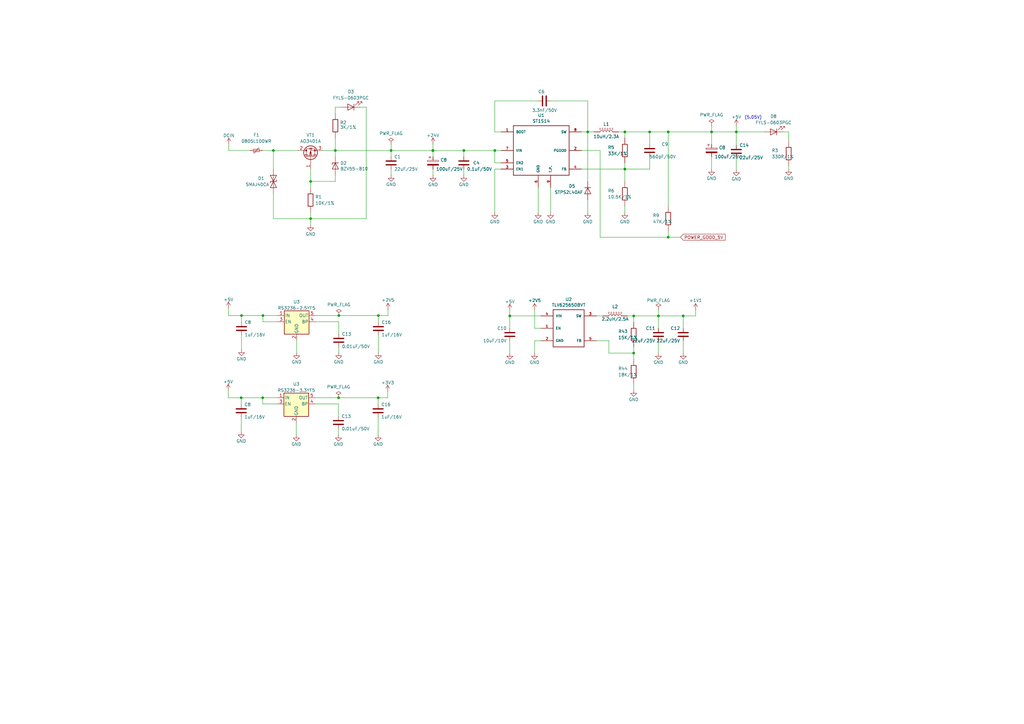
<source format=kicad_sch>
(kicad_sch (version 20230121) (generator eeschema)
  (paper "A3")
  (title_block (title "ПИР СЦХ-254 \"Карно\"\n(Karnix ASB-254)") (date "2023-10-04") (rev "V1.0") (company "ООО \"Фабмикро\"") (comment 1 "ФМТД.466961.029 Э3") (comment 2 "Залата Р.Н."))
  (lib_symbols
    (symbol "Fabmicro:+1V1" (power) (pin_names (offset 0))
      (property "Value" "+1V1" (at 0 3.556 0))
      (symbol "+1V1_1_1"
        (pin power_in line (at 0 0 90) (length 0) hide (name "+1V1") (number "1"))
      )
    )
    (symbol "Fabmicro:+2V5" (power) (pin_names (offset 0))
      (property "Value" "+2V5" (at 0 3.556 0))
      (symbol "+2V5_1_1"
        (pin power_in line (at 0 0 90) (length 0) hide (name "+2V5") (number "1"))
      )
    )
    (symbol "Fabmicro:+3V3" (power) (pin_names (offset 0))
      (property "Value" "+3V3" (at 0 3.556 0))
      (symbol "+3V3_1_1"
        (pin power_in line (at 0 0 90) (length 0) hide (name "+3V3") (number "1"))
      )
    )
    (symbol "Fabmicro:CapacitorPolarized" (pin_numbers hide) (pin_names (offset 0.254))
      (property "Reference" "C" (at 0.635 2.54 0))
      (property "Value" "CapacitorPolarized" (at 0.635 -2.54 0))
      (symbol "CapacitorPolarized_1_1"
        (pin passive line (at 0 2.54 270) (length 1.524) (name "~") (number "1"))
        (pin passive line (at 0 -2.54 90) (length 1.524) (name "~") (number "2"))
      )
    )
    (symbol "Fabmicro:CapacitorUnpolarized" (pin_numbers hide) (pin_names (offset 0.254))
      (property "Reference" "C" (at -2.54 0.635 90))
      (property "Value" "CapacitorUnpolarized" (at 2.54 0.635 90))
      (symbol "CapacitorUnpolarized_1_1"
        (pin passive line (at -2.54 0 0) (length 1.524) (name "~") (number "1"))
        (pin passive line (at 2.54 0 180) (length 1.524) (name "~") (number "2"))
      )
    )
    (symbol "Fabmicro:DCIN" (power) (pin_names (offset 0))
      (property "Value" "DCIN" (at 0 3.556 0))
      (symbol "DCIN_1_1"
        (pin power_in line (at 0 0 90) (length 0) hide (name "DCIN") (number "1"))
      )
    )
    (symbol "Fabmicro:Diode" (pin_numbers hide) (pin_names (offset 1.016) hide)
      (property "Reference" "D" (at 3.81 2.54 0))
      (property "Value" "Diode" (at 3.81 -2.54 0))
      (symbol "Diode_1_1"
        (pin passive line (at 0 0 0) (length 2.54) (name "K") (number "1"))
        (pin passive line (at 7.62 0 180) (length 2.54) (name "A") (number "2"))
      )
    )
    (symbol "Fabmicro:LED" (pin_numbers hide) (pin_names (offset 1.016) hide)
      (property "Reference" "D" (at 3.81 2.54 0))
      (property "Value" "LED" (at 3.81 -2.54 0))
      (symbol "LED_1_1"
        (pin passive line (at 0 0 0) (length 2.54) (name "K") (number "1"))
        (pin passive line (at 7.62 0 180) (length 2.54) (name "A") (number "2"))
      )
    )
    (symbol "Fabmicro:L_Ferrite" (pin_numbers hide) (pin_names (offset 1.016) hide)
      (property "Reference" "L" (at 0 -1.27 0))
      (property "Value" "L_Ferrite" (at 0 2.794 0))
      (symbol "L_Ferrite_1_1"
        (pin passive line (at -5.08 0 0) (length 2.54) (name "1") (number "1"))
        (pin passive line (at 5.08 0 180) (length 2.54) (name "2") (number "2"))
      )
    )
    (symbol "Fabmicro:MOSFET_P_CH" (pin_names (offset 1.016) hide)
      (property "Reference" "VT" (at 10.16 2.54 0))
      (property "Value" "MOSFET_P_CH" (at 10.16 0 0))
      (symbol "MOSFET_P_CH_1_1"
        (pin input line (at 0 0 0) (length 2.54) (name "G") (number "1"))
        (pin passive line (at 7.62 5.08 270) (length 2.54) (name "D") (number "2"))
        (pin passive line (at 7.62 -5.08 90) (length 2.54) (name "S") (number "3"))
      )
    )
    (symbol "Fabmicro:Polyfuse_Small" (pin_numbers hide) (pin_names (offset 0))
      (property "Reference" "F" (at 2.54 1.905 0))
      (property "Value" "Polyfuse_Small" (at 2.54 -1.905 0))
      (symbol "Polyfuse_Small_1_1"
        (pin passive line (at 5.08 0 180) (length 0.635) (name "~") (number "1"))
        (pin passive line (at 0 0 0) (length 0.635) (name "~") (number "2"))
      )
    )
    (symbol "Fabmicro:ProtectiveDiodeDA" (pin_numbers hide) (pin_names (offset 1.016) hide)
      (property "Reference" "D" (at 5.08 2.54 0))
      (property "Value" "ProtectiveDiodeDA" (at 6.35 -2.54 0))
      (symbol "ProtectiveDiodeDA_1_1"
        (pin passive line (at 0 0 0) (length 2.54) (name "K") (number "1"))
        (pin passive line (at 10.16 0 180) (length 2.54) (name "A") (number "2"))
      )
    )
    (symbol "Fabmicro:RS3236" (pin_names (offset 0.254))
      (property "Reference" "U" (at -3.81 5.715 0))
      (property "Value" "RS3236" (at 0 5.715 0))
      (symbol "RS3236_1_1"
        (pin power_in line (at -7.62 2.54 0) (length 2.54) (name "IN") (number "1"))
        (pin power_in line (at 0 -7.62 90) (length 2.54) (name "GND") (number "2"))
        (pin input line (at -7.62 0 0) (length 2.54) (name "EN") (number "3"))
        (pin input line (at 7.62 0 180) (length 2.54) (name "BP") (number "4"))
        (pin power_out line (at 7.62 2.54 180) (length 2.54) (name "OUT") (number "5"))
      )
    )
    (symbol "Fabmicro:Resistor" (pin_numbers hide) (pin_names (offset 0))
      (property "Reference" "R" (at 0 2.032 0))
      (property "Value" "Resistor" (at 0 0 0))
      (symbol "Resistor_1_1"
        (pin passive line (at -5.08 0 0) (length 2.54) (name "~") (number "1"))
        (pin passive line (at 5.08 0 180) (length 2.54) (name "~") (number "2"))
      )
    )
    (symbol "Fabmicro:ST1S14" (pin_names (offset 1.016))
      (property "Reference" "IC" (at 0 3.81 0))
      (property "Value" "ST1S14" (at 0 1.27 0))
      (symbol "ST1S14_1_1"
        (pin passive line (at -5.08 -2.54 0) (length 5.08) (name "BOOT") (number "1"))
        (pin open_collector line (at 27.94 -10.16 180) (length 5.08) (name "PGOOD") (number "2"))
        (pin input line (at -5.08 -17.78 0) (length 5.08) (name "EN1") (number "3"))
        (pin passive line (at 27.94 -17.78 180) (length 5.08) (name "FB") (number "4"))
        (pin input line (at -5.08 -15.24 0) (length 5.08) (name "EN2") (number "5"))
        (pin power_in line (at 10.16 -25.4 90) (length 5.08) (name "GND") (number "6"))
        (pin power_in line (at -5.08 -10.16 0) (length 5.08) (name "VIN") (number "7"))
        (pin power_out line (at 27.94 -2.54 180) (length 5.08) (name "SW") (number "8"))
        (pin power_in line (at 15.24 -25.4 90) (length 5.08) (name "T.P.") (number "9"))
      )
    )
    (symbol "Fabmicro:TLV62565DBVT" (pin_names (offset 1.016))
      (property "Reference" "IC" (at 0 2.54 0))
      (property "Value" "TLV62565DBVT" (at 5.08 2.54 0))
      (symbol "TLV62565DBVT_1_1"
        (pin input line (at -5.08 -7.62 0) (length 5.08) (name "EN") (number "1"))
        (pin power_in line (at -5.08 -12.7 0) (length 5.08) (name "GND") (number "2"))
        (pin power_out line (at 17.78 -2.54 180) (length 5.08) (name "SW") (number "3"))
        (pin power_in line (at -5.08 -2.54 0) (length 5.08) (name "VIN") (number "4"))
        (pin input line (at 17.78 -12.7 180) (length 5.08) (name "FB") (number "5"))
      )
    )
    (symbol "Fabmicro:ZenerDiode" (pin_numbers hide) (pin_names (offset 1.016) hide)
      (property "Reference" "D" (at 2.54 2.54 0))
      (property "Value" "ZenerDiode" (at 3.81 -2.54 0))
      (symbol "ZenerDiode_1_1"
        (pin passive line (at 0 0 0) (length 2.54) (name "K") (number "1"))
        (pin passive line (at 7.62 0 180) (length 2.54) (name "A") (number "2"))
      )
    )
    (symbol "power:+24V" (power) (pin_names (offset 0))
      (property "Value" "+24V" (at 0 3.556 0))
      (symbol "+24V_1_1"
        (pin power_in line (at 0 0 90) (length 0) hide (name "+24V") (number "1"))
      )
    )
    (symbol "power:+5V" (power) (pin_names (offset 0))
      (property "Value" "+5V" (at 0 3.556 0))
      (symbol "+5V_1_1"
        (pin power_in line (at 0 0 90) (length 0) hide (name "+5V") (number "1"))
      )
    )
    (symbol "power:GND" (power) (pin_names (offset 0))
      (property "Value" "GND" (at 0 -3.81 0))
      (symbol "GND_1_1"
        (pin power_in line (at 0 0 270) (length 0) hide (name "GND") (number "1"))
      )
    )
    (symbol "power:PWR_FLAG" (power) (pin_numbers hide) (pin_names (offset 0) hide)
      (property "Value" "PWR_FLAG" (at 0 3.81 0))
      (symbol "PWR_FLAG_0_0"
        (pin power_out line (at 0 0 90) (length 0) (name "pwr") (number "1"))
      )
    )
  )
  (junction (at 127.381 89.662))
  (junction (at 99.0541 129.4152))
  (junction (at 259.8982 144.8122))
  (junction (at 291.846 54.102))
  (junction (at 256.286 69.342))
  (junction (at 177.546 61.7389))
  (junction (at 270.0582 129.5722))
  (junction (at 137.541 61.722))
  (junction (at 155.0782 163.1315))
  (junction (at 190.246 61.722))
  (junction (at 202.946 61.722))
  (junction (at 274.066 97.282))
  (junction (at 127.381 74.422))
  (junction (at 209.0982 129.5722))
  (junction (at 155.2007 129.4152))
  (junction (at 241.046 54.102))
  (junction (at 280.2182 129.5722))
  (junction (at 107.7201 163.1315))
  (junction (at 266.446 54.102))
  (junction (at 138.8599 163.1315))
  (junction (at 138.9824 129.4152))
  (junction (at 274.066 54.102))
  (junction (at 256.286 54.102))
  (junction (at 98.9316 163.1315))
  (junction (at 112.141 61.722))
  (junction (at 259.8982 129.5722))
  (junction (at 302.006 54.102))
  (junction (at 177.546 61.722))
  (junction (at 160.401 61.722))
  (junction (at 107.8426 129.4152))
  (wire (pts (xy 323.469 57.912) (xy 323.469 54.102)))
  (wire (pts (xy 121.5376 178.3715) (xy 121.5376 173.2915)))
  (wire (pts (xy 127.381 69.342) (xy 127.381 74.422)))
  (wire (pts (xy 113.9176 165.6715) (xy 107.7201 165.6715)))
  (wire (pts (xy 241.046 41.402) (xy 225.806 41.402)))
  (wire (pts (xy 93.853 59.182) (xy 93.853 61.722)))
  (wire (pts (xy 107.7201 165.6715) (xy 107.7201 163.1315)))
  (wire (pts (xy 129.2801 131.9552) (xy 138.9321 131.9552)))
  (wire (pts (xy 155.194 143.3598) (xy 155.2007 143.3598)))
  (wire (pts (xy 129.1576 165.6715) (xy 138.8096 165.6715)))
  (wire (pts (xy 219.2582 134.6522) (xy 219.2582 127.0322)))
  (wire (pts (xy 249.7382 139.7322) (xy 249.7382 144.8122)))
  (wire (pts (xy 270.0582 129.5722) (xy 280.2182 129.5722)))
  (wire (pts (xy 190.246 61.722) (xy 202.946 61.722)))
  (wire (pts (xy 266.446 69.342) (xy 266.446 64.262)))
  (wire (pts (xy 159.004 160.528) (xy 159.004 163.1315)))
  (wire (pts (xy 140.081 43.942) (xy 137.541 43.942)))
  (wire (pts (xy 177.5784 61.8216) (xy 177.546 61.8216)))
  (wire (pts (xy 177.546 61.722) (xy 190.246 61.722)))
  (wire (pts (xy 160.401 69.3616) (xy 160.401 71.8374)))
  (wire (pts (xy 209.0982 139.7322) (xy 209.0982 144.8122)))
  (wire (pts (xy 209.0982 127.2862) (xy 209.0982 129.5722)))
  (wire (pts (xy 177.546 61.722) (xy 177.546 61.7389)))
  (wire (pts (xy 160.401 61.722) (xy 160.401 64.2816)))
  (wire (pts (xy 155.0715 178.3693) (xy 155.0715 177.0761)))
  (wire (pts (xy 209.0982 129.5722) (xy 221.7982 129.5722)))
  (wire (pts (xy 99.0541 129.4152) (xy 99.0541 132.2092)))
  (wire (pts (xy 98.9316 163.1315) (xy 93.599 163.1315)))
  (wire (pts (xy 246.126 97.282) (xy 274.066 97.282)))
  (wire (pts (xy 177.6 61.7389) (xy 177.546 61.7389)))
  (wire (pts (xy 121.6601 144.6552) (xy 121.6601 139.5752)))
  (wire (pts (xy 256.286 69.342) (xy 256.286 74.422)))
  (wire (pts (xy 246.126 61.722) (xy 246.126 97.282)))
  (wire (pts (xy 137.541 61.722) (xy 137.541 56.642)))
  (wire (pts (xy 302.006 54.102) (xy 302.006 59.563)))
  (wire (pts (xy 137.541 43.942) (xy 137.541 46.482)))
  (wire (pts (xy 177.6 64.26) (xy 177.6 61.7389)))
  (wire (pts (xy 225.806 76.962) (xy 225.806 87.122)))
  (wire (pts (xy 202.946 54.102) (xy 205.486 54.102)))
  (wire (pts (xy 274.066 84.582) (xy 274.066 54.102)))
  (wire (pts (xy 155.0715 177.0761) (xy 155.0782 177.0761)))
  (wire (pts (xy 238.506 61.722) (xy 246.126 61.722)))
  (wire (pts (xy 259.8982 129.5722) (xy 270.0582 129.5722)))
  (wire (pts (xy 238.506 69.342) (xy 256.286 69.342)))
  (wire (pts (xy 137.541 71.882) (xy 137.541 74.422)))
  (wire (pts (xy 259.8982 160.0522) (xy 259.8982 157.5122)))
  (wire (pts (xy 147.701 43.942) (xy 150.241 43.942)))
  (wire (pts (xy 112.141 69.342) (xy 112.141 61.722)))
  (wire (pts (xy 259.8982 129.5722) (xy 259.8982 132.1122)))
  (wire (pts (xy 138.8096 178.3715) (xy 138.8096 175.8315)))
  (wire (pts (xy 202.946 61.722) (xy 202.946 66.802)))
  (wire (pts (xy 253.746 54.102) (xy 256.286 54.102)))
  (wire (pts (xy 159.131 126.873) (xy 159.131 129.4152)))
  (wire (pts (xy 256.286 54.102) (xy 266.446 54.102)))
  (wire (pts (xy 291.846 64.262) (xy 291.846 69.342)))
  (wire (pts (xy 107.8426 129.4152) (xy 114.0401 129.4152)))
  (wire (pts (xy 323.469 69.342) (xy 323.469 68.072)))
  (wire (pts (xy 177.5784 59.097) (xy 177.5784 61.8216)))
  (wire (pts (xy 244.6582 139.7322) (xy 249.7382 139.7322)))
  (wire (pts (xy 274.066 97.282) (xy 274.066 94.742)))
  (wire (pts (xy 155.2007 143.3598) (xy 155.2007 137.2892)))
  (wire (pts (xy 291.846 54.102) (xy 291.846 59.182)))
  (wire (pts (xy 220.726 41.402) (xy 202.946 41.402)))
  (wire (pts (xy 209.0982 129.5722) (xy 209.0982 134.6522)))
  (wire (pts (xy 107.7201 163.1315) (xy 98.9316 163.1315)))
  (wire (pts (xy 270.0582 129.5722) (xy 270.0582 127.0322)))
  (wire (pts (xy 238.506 54.102) (xy 241.046 54.102)))
  (wire (pts (xy 221.7982 139.7322) (xy 219.2582 139.7322)))
  (wire (pts (xy 241.046 74.422) (xy 241.046 54.102)))
  (wire (pts (xy 93.7215 129.4152) (xy 93.7215 126.4307)))
  (wire (pts (xy 302.006 64.643) (xy 302.006 69.596)))
  (wire (pts (xy 291.846 54.102) (xy 302.006 54.102)))
  (wire (pts (xy 285.2982 129.5722) (xy 285.2982 127.0322)))
  (wire (pts (xy 138.9321 144.6552) (xy 138.9321 142.1152)))
  (wire (pts (xy 274.066 54.102) (xy 291.846 54.102)))
  (wire (pts (xy 160.401 61.722) (xy 177.546 61.722)))
  (wire (pts (xy 202.946 66.802) (xy 205.486 66.802)))
  (wire (pts (xy 280.2182 129.5722) (xy 285.2982 129.5722)))
  (wire (pts (xy 259.8982 142.2722) (xy 259.8982 144.8122)))
  (wire (pts (xy 159.004 163.1315) (xy 155.0782 163.1315)))
  (wire (pts (xy 256.286 84.582) (xy 256.286 87.122)))
  (wire (pts (xy 177.6 71.9) (xy 177.6 69.34)))
  (wire (pts (xy 280.2182 139.7322) (xy 280.2182 144.8122)))
  (wire (pts (xy 127.381 74.422) (xy 127.381 76.962)))
  (wire (pts (xy 138.8096 165.6715) (xy 138.8096 170.7515)))
  (wire (pts (xy 155.0782 163.1315) (xy 155.0782 165.9255)))
  (wire (pts (xy 241.046 54.102) (xy 241.046 41.402)))
  (wire (pts (xy 313.436 54.102) (xy 302.006 54.102)))
  (wire (pts (xy 291.846 51.562) (xy 291.846 54.102)))
  (wire (pts (xy 256.286 54.102) (xy 256.286 56.642)))
  (wire (pts (xy 259.8982 144.8122) (xy 259.8982 147.3522)))
  (wire (pts (xy 137.541 64.262) (xy 137.541 61.722)))
  (wire (pts (xy 138.9321 131.9552) (xy 138.9321 137.0352)))
  (wire (pts (xy 205.486 69.342) (xy 202.946 69.342)))
  (wire (pts (xy 270.0582 139.7322) (xy 270.0582 144.8122)))
  (wire (pts (xy 132.461 61.722) (xy 137.541 61.722)))
  (wire (pts (xy 107.696 61.722) (xy 112.141 61.722)))
  (wire (pts (xy 202.946 41.402) (xy 202.946 54.102)))
  (wire (pts (xy 244.6582 129.5722) (xy 247.1982 129.5722)))
  (wire (pts (xy 107.8426 129.4152) (xy 99.0541 129.4152)))
  (wire (pts (xy 155.0782 163.1315) (xy 138.8599 163.1315)))
  (wire (pts (xy 270.0582 129.5722) (xy 270.0582 134.6522)))
  (wire (pts (xy 93.599 163.1315) (xy 93.599 160.147)))
  (wire (pts (xy 150.241 89.662) (xy 150.241 43.942)))
  (wire (pts (xy 190.246 71.882) (xy 190.246 69.342)))
  (wire (pts (xy 127.381 87.122) (xy 127.381 89.662)))
  (wire (pts (xy 302.006 51.562) (xy 302.006 54.102)))
  (wire (pts (xy 221.7982 134.6522) (xy 219.2582 134.6522)))
  (wire (pts (xy 159.131 129.4152) (xy 155.2007 129.4152)))
  (wire (pts (xy 205.486 61.722) (xy 202.946 61.722)))
  (wire (pts (xy 280.2182 129.5722) (xy 280.2182 134.6522)))
  (wire (pts (xy 274.066 97.282) (xy 279.146 97.282)))
  (wire (pts (xy 219.2582 139.7322) (xy 219.2582 144.8122)))
  (wire (pts (xy 266.446 54.102) (xy 274.066 54.102)))
  (wire (pts (xy 99.0541 129.4152) (xy 93.7215 129.4152)))
  (wire (pts (xy 138.8599 163.1315) (xy 129.1576 163.1315)))
  (wire (pts (xy 241.046 54.102) (xy 243.586 54.102)))
  (wire (pts (xy 112.141 61.722) (xy 122.301 61.722)))
  (wire (pts (xy 323.469 54.102) (xy 321.056 54.102)))
  (wire (pts (xy 98.9316 177.1015) (xy 98.9316 171.0055)))
  (wire (pts (xy 249.7382 144.8122) (xy 259.8982 144.8122)))
  (wire (pts (xy 155.194 144.653) (xy 155.194 143.3598)))
  (wire (pts (xy 112.141 79.502) (xy 112.141 89.662)))
  (wire (pts (xy 177.546 61.7389) (xy 177.546 61.8216)))
  (wire (pts (xy 202.946 69.342) (xy 202.946 87.122)))
  (wire (pts (xy 137.541 61.722) (xy 160.401 61.722)))
  (wire (pts (xy 107.8426 131.9552) (xy 107.8426 129.4152)))
  (wire (pts (xy 241.046 87.122) (xy 241.046 82.042)))
  (wire (pts (xy 98.9316 163.1315) (xy 98.9316 165.9255)))
  (wire (pts (xy 127.381 89.662) (xy 150.241 89.662)))
  (wire (pts (xy 266.446 59.182) (xy 266.446 54.102)))
  (wire (pts (xy 160.401 61.722) (xy 160.401 59.182)))
  (wire (pts (xy 155.2007 129.4152) (xy 138.9824 129.4152)))
  (wire (pts (xy 93.853 61.722) (xy 102.616 61.722)))
  (wire (pts (xy 256.286 69.342) (xy 266.446 69.342)))
  (wire (pts (xy 220.726 76.962) (xy 220.726 87.122)))
  (wire (pts (xy 99.0541 143.3852) (xy 99.0541 137.2892)))
  (wire (pts (xy 127.381 74.422) (xy 137.541 74.422)))
  (wire (pts (xy 155.2007 129.4152) (xy 155.2007 132.2092)))
  (wire (pts (xy 190.246 64.262) (xy 190.246 61.722)))
  (wire (pts (xy 256.286 66.802) (xy 256.286 69.342)))
  (wire (pts (xy 114.0401 131.9552) (xy 107.8426 131.9552)))
  (wire (pts (xy 112.141 89.662) (xy 127.381 89.662)))
  (wire (pts (xy 257.3582 129.5722) (xy 259.8982 129.5722)))
  (wire (pts (xy 127.381 92.202) (xy 127.381 89.662)))
  (wire (pts (xy 155.0782 177.0761) (xy 155.0782 171.0055)))
  (wire (pts (xy 107.7201 163.1315) (xy 113.9176 163.1315)))
  (wire (pts (xy 138.9824 129.4152) (xy 129.2801 129.4152)))
  (text "(5.05V)" (at 305.308 49.022 0) (effects (font (size 1.27 1.27)) (justify left bottom)))
  (global_label "POWER_GOOD_5V" (shape input) (at 279.146 97.282 0) (property "Intersheetrefs" "${INTERSHEET_REFS}" (effects hide)))
  (symbol (lib_id "Fabmicro:+1V1") (at 285.2982 127.0322 0) (unit 1)
    (property "Reference" "#PWR038" (effects hide))
    (property "Value" "+1V1" (at 285.2982 123.2222 0))
  )
  (symbol (lib_id "Fabmicro:+2V5") (at 219.2582 127.0322 0) (unit 1)
    (property "Reference" "#PWR037" (effects hide))
    (property "Value" "+2V5" (at 219.2582 123.2222 0))
  )
  (symbol (lib_id "Fabmicro:TLV62565DBVT") (at 226.8782 127.0322 0) (unit 1)
    (property "Reference" "U2" (at 233.2282 122.7904 0))
    (property "Value" "TLV62565DBVT" (at 233.2282 125.1018 0))
    (property "Footprint" "Fabmicro:SOT-23-5" (effects hide))
    (property "Поле4" "Texas Instruments Incorporated" (effects hide))
    (property "Поле5" "Available" (effects hide))
    (property "Поле7" "TLV62565DBVT" (effects hide))
    (property "Поле8" "5 Pins SOT23-5 Package" (effects hide))
    (property "Mfr. Part Number" "TLV62565DBV" (effects hide))
    (property "Supplier" "Fabmicro" (effects hide))
    (property "Manufacturer" "Texas Instruments Incorporated" (effects hide))
  )
  (symbol (lib_id "Fabmicro:CapacitorUnpolarized") (at 209.0982 137.1922 90) (mirror x) (unit 1)
    (property "Reference" "C10" (at 207.8282 134.6522 90) (effects (justify left)))
    (property "Value" "10uF/10V" (at 207.8282 139.7322 90) (effects (justify left)))
    (property "Footprint" "Capacitor_SMD:C_0603_1608Metric" (effects hide))
    (property "Mfr. Part Number" "GRM188R61A106KE69D" (effects hide))
    (property "Supplier" "Fabmicro" (effects hide))
  )
  (symbol (lib_id "power:GND") (at 219.2582 144.8122 0) (unit 1)
    (property "Reference" "#PWR045" (effects hide))
    (property "Value" "GND" (at 219.2582 148.6222 0))
  )
  (symbol (lib_id "Fabmicro:L_Ferrite") (at 252.2782 129.5722 0) (unit 1)
    (property "Reference" "L2" (at 252.2782 125.7622 0))
    (property "Value" "2.2uH/2.5A" (at 252.2782 130.8422 0))
    (property "Footprint" "Fabmicro:Murata_LQH44PN" (effects hide))
    (property "Mfr. Part Number" "LQH44PN2R2MP0" (effects hide))
    (property "Supplier" "Fabmicro" (effects hide))
  )
  (symbol (lib_id "Fabmicro:Resistor") (at 259.8982 152.4322 270) (unit 1)
    (property "Reference" "R44" (at 253.5482 151.1622 90) (effects (justify left)))
    (property "Value" "18K/1%" (at 253.5482 153.7022 90) (effects (justify left)))
    (property "Footprint" "Fabmicro:R_0402_1005Metric" (effects hide))
    (property "Mfr. Part Number" "RC0402FR-0718KL" (effects hide))
    (property "Supplier" "Fabmicro" (effects hide))
  )
  (symbol (lib_id "Fabmicro:Resistor") (at 259.8982 137.1922 270) (unit 1)
    (property "Reference" "R43" (at 253.5482 135.9222 90) (effects (justify left)))
    (property "Value" "15K/1%" (at 253.5482 138.4622 90) (effects (justify left)))
    (property "Footprint" "Fabmicro:R_0402_1005Metric" (effects hide))
    (property "Mfr. Part Number" "RC0402FR-0715KL" (effects hide))
    (property "Supplier" "Fabmicro" (effects hide))
  )
  (symbol (lib_id "power:GND") (at 209.0982 144.8122 0) (unit 1)
    (property "Reference" "#PWR044" (effects hide))
    (property "Value" "GND" (at 209.0982 148.6222 0))
  )
  (symbol (lib_id "power:GND") (at 270.0582 144.8122 0) (unit 1)
    (property "Reference" "#PWR046" (effects hide))
    (property "Value" "GND" (at 270.0582 148.6222 0))
  )
  (symbol (lib_id "power:GND") (at 259.8982 160.0522 0) (unit 1)
    (property "Reference" "#PWR048" (effects hide))
    (property "Value" "GND" (at 259.8982 163.8622 0))
  )
  (symbol (lib_id "power:GND") (at 280.2182 144.8122 0) (unit 1)
    (property "Reference" "#PWR047" (effects hide))
    (property "Value" "GND" (at 280.2182 148.6222 0))
  )
  (symbol (lib_id "Fabmicro:CapacitorUnpolarized") (at 270.0582 137.1922 90) (mirror x) (unit 1)
    (property "Reference" "C11" (at 268.7882 134.6522 90) (effects (justify left)))
    (property "Value" "22uF/25V" (at 268.7882 139.7322 90) (effects (justify left)))
    (property "Footprint" "Capacitor_SMD:C_0805_2012Metric" (effects hide))
    (property "Mfr. Part Number" "GRT21BR61E226ME13L" (effects hide))
    (property "Supplier" "Fabmicro" (effects hide))
  )
  (symbol (lib_id "Fabmicro:CapacitorUnpolarized") (at 280.2182 137.1922 90) (mirror x) (unit 1)
    (property "Reference" "C12" (at 278.9482 134.6522 90) (effects (justify left)))
    (property "Value" "22uF/25V" (at 278.9482 139.7322 90) (effects (justify left)))
    (property "Footprint" "Capacitor_SMD:C_0805_2012Metric" (effects hide))
    (property "Mfr. Part Number" "GRT21BR61E226ME13L" (effects hide))
    (property "Supplier" "Fabmicro" (effects hide))
  )
  (symbol (lib_id "power:PWR_FLAG") (at 270.0582 127.0322 0) (unit 1)
    (property "Reference" "#FLG03" (effects hide))
    (property "Value" "PWR_FLAG" (at 270.0582 123.2222 0))
  )
  (symbol (lib_id "Fabmicro:RS3236") (at 121.6601 131.9552 0) (unit 1)
    (property "Reference" "U3" (at 121.6601 123.8104 0))
    (property "Value" "RS3236-2.5YF5" (at 121.6601 126.3473 0))
    (property "Footprint" "Package_TO_SOT_SMD:SOT-23-5" (effects hide))
    (property "Mfr. Part Number" "RS3236-2.5YF5" (effects hide))
    (instances (project "Analog_16_8" (path "" (reference "U3") (unit 1))) (project "RanetkaPC_TestJig" (path "" (reference "U9") (unit 1))) (project "Power" (path "" (reference "U3") (unit 1))) (project "Karnix_ASB" (path "" (reference "U3") (unit 1))))
  )
  (symbol (lib_id "Fabmicro:CapacitorUnpolarized") (at 160.401 66.8216 270) (unit 1)
    (property "Reference" "C1" (at 161.671 64.2816 90) (effects (justify left)))
    (property "Value" "22uF/25V" (at 161.671 69.3616 90) (effects (justify left)))
    (property "Footprint" "Capacitor_SMD:C_0805_2012Metric" (effects hide))
    (property "Mfr. Part Number" "C2220C226J3RACTU" (effects hide))
    (property "Supplier" "Fabmicro" (effects hide))
    (instances (project "Analog_16_8" (path "" (reference "C1") (unit 1))) (project "RanetkaPC_TestJig" (path "" (reference "C5") (unit 1))) (project "Power" (path "" (reference "C1") (unit 1))) (project "Karnix_ASB" (path "" (reference "C7") (unit 1))))
  )
  (symbol (lib_id "Fabmicro:ST1S14") (at 210.566 51.562 0) (unit 1)
    (property "Reference" "U1" (at 221.996 47.3202 0))
    (property "Value" "ST1S14" (at 221.996 49.657 0))
    (property "Footprint" "Fabmicro:HSOIC-8_3.9x4.9mm_P1.27mm" (effects hide))
    (property "Manufacturer" "STMicroelectronics" (effects hide))
    (property "Mfr. Part Number" "ST1S14PHR" (effects hide))
    (property "Supplier" "Elitan" (effects hide))
  )
  (symbol (lib_id "Fabmicro:CapacitorUnpolarized") (at 302.006 62.103 270) (unit 1)
    (property "Reference" "C14" (at 303.276 59.563 90) (effects (justify left)))
    (property "Value" "22uF/25V" (at 303.276 64.643 90) (effects (justify left)))
    (property "Footprint" "Capacitor_SMD:C_0805_2012Metric" (effects hide))
    (property "Mfr. Part Number" "C2220C226J3RACTU" (effects hide))
    (property "Supplier" "Fabmicro" (effects hide))
    (instances (project "Analog_16_8" (path "" (reference "C14") (unit 1))) (project "RanetkaPC_TestJig" (path "" (reference "C5") (unit 1))) (project "Power" (path "" (reference "C14") (unit 1))) (project "Karnix_ASB" (path "" (reference "C4") (unit 1))))
  )
  (symbol (lib_id "Fabmicro:DCIN") (at 93.853 59.182 0) (unit 1)
    (property "Reference" "#PWR03" (effects hide))
    (property "Value" "DCIN" (at 93.853 55.6149 0))
    (instances (project "Karnix_ASB" (path "" (reference "#PWR03") (unit 1)) (path "" (reference "#PWR022") (unit 1))))
  )
  (symbol (lib_id "power:GND") (at 323.469 69.342 0) (unit 1)
    (property "Reference" "#PWR014" (effects hide))
    (property "Value" "GND" (at 323.469 73.152 0))
    (instances (project "Analog_16_8" (path "" (reference "#PWR014") (unit 1))) (project "RanetkaPC_TestJig" (path "" (reference "#PWR048") (unit 1))) (project "Power" (path "" (reference "#PWR014") (unit 1))) (project "Karnix_ASB" (path "" (reference "#PWR024") (unit 1))))
  )
  (symbol (lib_id "power:+24V") (at 177.5784 59.097 0) (unit 1)
    (property "Reference" "#PWR08" (effects hide))
    (property "Value" "+24V" (at 177.5784 55.5299 0))
    (instances (project "Analog_16_8" (path "" (reference "#PWR08") (unit 1))) (project "Power" (path "" (reference "#PWR08") (unit 1))) (project "Karnix_ASB" (path "" (reference "#PWR021") (unit 1))))
  )
  (symbol (lib_id "power:GND") (at 225.806 87.122 0) (mirror y) (unit 1)
    (property "Reference" "#PWR019" (effects hide))
    (property "Value" "GND" (at 225.806 90.932 0))
    (instances (project "Analog_16_8" (path "" (reference "#PWR019") (unit 1))) (project "RanetkaPC_TestJig" (path "" (reference "#PWR056") (unit 1))) (project "Power" (path "" (reference "#PWR019") (unit 1))) (project "Karnix_ASB" (path "" (reference "#PWR031") (unit 1))))
  )
  (symbol (lib_id "power:PWR_FLAG") (at 291.846 51.562 0) (unit 1)
    (property "Reference" "#FLG02" (effects hide))
    (property "Value" "PWR_FLAG" (at 291.846 47.117 0))
    (instances (project "Analog_16_8" (path "" (reference "#FLG02") (unit 1))) (project "RanetkaPC_TestJig" (path "" (reference "#FLG04") (unit 1))) (project "Power" (path "" (reference "#FLG02") (unit 1))) (project "Karnix_ASB" (path "" (reference "#FLG01") (unit 1))))
  )
  (symbol (lib_id "power:+5V") (at 209.0982 127.2862 0) (unit 1)
    (property "Reference" "#PWR031" (effects hide))
    (property "Value" "+5V" (at 209.0982 123.7191 0))
    (instances (project "Analog_16_8" (path "" (reference "#PWR031") (unit 1))) (project "Power" (path "" (reference "#PWR031") (unit 1))) (project "Karnix_ASB" (path "" (reference "#PWR039") (unit 1))))
  )
  (symbol (lib_id "Fabmicro:CapacitorUnpolarized") (at 99.0541 134.7492 270) (unit 1)
    (property "Reference" "C8" (at 100.3241 132.2092 90) (effects (justify left)))
    (property "Value" "1uF/16V" (at 100.3241 137.2892 90) (effects (justify left)))
    (property "Footprint" "Fabmicro:C_0402_1005Metric" (effects hide))
    (property "Mfr. Part Number" "GRM155R61E105KA12D" (effects hide))
    (property "Supplier" "Fabmicro" (effects hide))
    (instances (project "Analog_16_8" (path "" (reference "C8") (unit 1))) (project "RanetkaPC_TestJig" (path "" (reference "C70") (unit 1))) (project "Power" (path "" (reference "C8") (unit 1))) (project "Karnix_ASB" (path "" (reference "C8") (unit 1))))
  )
  (symbol (lib_id "power:PWR_FLAG") (at 138.8599 163.1315 0) (unit 1)
    (property "Reference" "#FLG04" (effects hide))
    (property "Value" "PWR_FLAG" (at 138.8599 158.6865 0))
    (instances (project "Analog_16_8" (path "" (reference "#FLG04") (unit 1))) (project "RanetkaPC_TestJig" (path "" (reference "#FLG0102") (unit 1))) (project "Power" (path "" (reference "#FLG04") (unit 1))) (project "Karnix_ASB" (path "" (reference "#FLG05") (unit 1))))
  )
  (symbol (lib_id "power:+5V") (at 302.006 51.562 0) (unit 1)
    (property "Reference" "#PWR031" (effects hide))
    (property "Value" "+5V" (at 302.006 47.9949 0))
    (instances (project "Analog_16_8" (path "" (reference "#PWR031") (unit 1))) (project "Power" (path "" (reference "#PWR031") (unit 1))) (project "Karnix_ASB" (path "" (reference "#PWR020") (unit 1))))
  )
  (symbol (lib_id "Fabmicro:CapacitorPolarized") (at 291.846 61.722 0) (unit 1)
    (property "Reference" "C8" (at 294.8432 60.5536 0) (effects (justify left)))
    (property "Value" "100uF/25V" (at 293.116 64.262 0) (effects (justify left)))
    (property "Footprint" "Fabmicro:CP_EIA-7343-43_Kemet-X" (effects hide))
    (property "Mfr. Part Number" "TAJE107M025RNJ" (effects hide))
    (property "Supplier" "Fabmicro" (effects hide))
    (instances (project "Power" (path "" (reference "C8") (unit 1))) (project "RanetkaPC_TestJig" (path "" (reference "C8") (unit 1))) (project "Karnix_ASB" (path "" (reference "C3") (unit 1))))
  )
  (symbol (lib_id "Fabmicro:Diode") (at 241.046 74.422 270) (unit 1)
    (property "Reference" "D5" (at 235.966 76.327 90) (effects (justify right)))
    (property "Value" "STPS2L40AF" (at 239.141 78.867 90) (effects (justify right)))
    (property "Footprint" "Fabmicro:D_SMA_FLAT" (effects hide))
    (property "Mfr. Part Number" "STPS2L40AF" (effects hide))
    (property "Supplier" "Elitan" (effects hide))
    (instances (project "Analog_16_8" (path "" (reference "D5") (unit 1))) (project "RanetkaPC_TestJig" (path "" (reference "D5") (unit 1))) (project "Power" (path "" (reference "D5") (unit 1))) (project "Karnix_ASB" (path "" (reference "D8") (unit 1))))
  )
  (symbol (lib_id "power:GND") (at 121.5376 178.3715 0) (unit 1)
    (property "Reference" "#PWR027" (effects hide))
    (property "Value" "GND" (at 121.5376 182.1815 0))
    (instances (project "Analog_16_8" (path "" (reference "#PWR027") (unit 1))) (project "RanetkaPC_TestJig" (path "" (reference "#PWR0176") (unit 1))) (project "Power" (path "" (reference "#PWR027") (unit 1))) (project "Karnix_ASB" (path "" (reference "#PWR053") (unit 1))))
  )
  (symbol (lib_id "power:GND") (at 291.846 69.342 0) (mirror y) (unit 1)
    (property "Reference" "#PWR028" (effects hide))
    (property "Value" "GND" (at 291.846 73.152 0))
    (instances (project "Analog_16_8" (path "" (reference "#PWR028") (unit 1))) (project "RanetkaPC_TestJig" (path "" (reference "#PWR060") (unit 1))) (project "Power" (path "" (reference "#PWR028") (unit 1))) (project "Karnix_ASB" (path "" (reference "#PWR023") (unit 1))))
  )
  (symbol (lib_id "Fabmicro:CapacitorUnpolarized") (at 155.2007 134.7492 270) (unit 1)
    (property "Reference" "C16" (at 156.4707 132.2092 90) (effects (justify left)))
    (property "Value" "1uF/16V" (at 156.4707 137.2892 90) (effects (justify left)))
    (property "Footprint" "Fabmicro:C_0402_1005Metric" (effects hide))
    (property "Mfr. Part Number" "GRM155R61E105KA12D" (effects hide))
    (property "Supplier" "Fabmicro" (effects hide))
    (instances (project "Analog_16_8" (path "" (reference "C16") (unit 1))) (project "RanetkaPC_TestJig" (path "" (reference "C68") (unit 1))) (project "Power" (path "" (reference "C16") (unit 1))) (project "Karnix_ASB" (path "" (reference "C9") (unit 1))))
  )
  (symbol (lib_id "power:GND") (at 302.006 69.596 0) (unit 1)
    (property "Reference" "#PWR032" (effects hide))
    (property "Value" "GND" (at 302.006 73.406 0))
    (instances (project "Analog_16_8" (path "" (reference "#PWR032") (unit 1))) (project "RanetkaPC_TestJig" (path "" (reference "#PWR048") (unit 1))) (project "Power" (path "" (reference "#PWR032") (unit 1))) (project "Karnix_ASB" (path "" (reference "#PWR025") (unit 1))))
  )
  (symbol (lib_id "Fabmicro:MOSFET_P_CH") (at 127.381 69.342 90) (unit 1)
    (property "Reference" "VT1" (at 127.381 55.372 90))
    (property "Value" "AO3401A" (at 127.381 57.912 90))
    (property "Footprint" "Package_TO_SOT_SMD:SOT-23" (effects hide))
    (property "Mfr. Part Number" "AO3401A" (effects hide))
    (property "Supplier" "Elitan" (effects hide))
    (instances (project "Analog_16_8" (path "" (reference "VT1") (unit 1))) (project "RanetkaPC_TestJig" (path "" (reference "VT1") (unit 1))) (project "Power" (path "" (reference "VT1") (unit 1))) (project "Karnix_ASB" (path "" (reference "Q1") (unit 1))))
  )
  (symbol (lib_id "Fabmicro:CapacitorUnpolarized") (at 266.446 61.722 90) (mirror x) (unit 1)
    (property "Reference" "C9" (at 274.066 59.182 90) (effects (justify left)))
    (property "Value" "560pF/50V" (at 277.241 64.262 90) (effects (justify left)))
    (property "Footprint" "Fabmicro:C_0402_1005Metric" (effects hide))
    (property "Mfr. Part Number" "CC0402JRNPO9BN561" (effects hide))
    (property "Supplier" "Elitan" (effects hide))
    (instances (project "Analog_16_8" (path "" (reference "C9") (unit 1))) (project "RanetkaPC_TestJig" (path "" (reference "C11") (unit 1))) (project "Power" (path "" (reference "C9") (unit 1))) (project "Karnix_ASB" (path "" (reference "C2") (unit 1))))
  )
  (symbol (lib_id "Fabmicro:Resistor") (at 256.286 61.722 270) (unit 1)
    (property "Reference" "R5" (at 249.301 60.452 90) (effects (justify left)))
    (property "Value" "33K/1%" (at 249.301 62.992 90) (effects (justify left)))
    (property "Footprint" "Fabmicro:R_0402_1005Metric" (effects hide))
    (property "Mfr. Part Number" "RC0402FR-0733KL" (effects hide))
    (property "Supplier" "Elitan" (effects hide))
    (instances (project "Analog_16_8" (path "" (reference "R5") (unit 1))) (project "RanetkaPC_TestJig" (path "" (reference "R4") (unit 1))) (project "Power" (path "" (reference "R5") (unit 1))) (project "Karnix_ASB" (path "" (reference "R38") (unit 1))))
  )
  (symbol (lib_id "power:GND") (at 155.0715 178.3693 0) (unit 1)
    (property "Reference" "#PWR035" (effects hide))
    (property "Value" "GND" (at 155.0715 182.1793 0))
    (instances (project "Analog_16_8" (path "" (reference "#PWR035") (unit 1))) (project "RanetkaPC_TestJig" (path "" (reference "#PWR0135") (unit 1))) (project "Power" (path "" (reference "#PWR035") (unit 1))) (project "Karnix_ASB" (path "" (reference "#PWR052") (unit 1))))
  )
  (symbol (lib_id "power:GND") (at 177.6 71.9 0) (unit 1)
    (property "Reference" "#PWR07" (effects hide))
    (property "Value" "GND" (at 177.6 75.71 0))
    (instances (project "Analog_16_8" (path "" (reference "#PWR07") (unit 1))) (project "RanetkaPC_TestJig" (path "" (reference "#PWR051") (unit 1))) (project "Power" (path "" (reference "#PWR07") (unit 1))) (project "Karnix_ASB" (path "" (reference "#PWR028") (unit 1))))
  )
  (symbol (lib_id "Fabmicro:ProtectiveDiodeDA") (at 112.141 79.502 90) (unit 1)
    (property "Reference" "D1" (at 105.791 73.152 90) (effects (justify right)))
    (property "Value" "SMAJ40CA" (at 100.711 75.692 90) (effects (justify right)))
    (property "Footprint" "Fabmicro:D_SMA" (effects hide))
    (property "Mfr. Part Number" "SMAJ40CA" (effects hide))
    (property "Supplier" "Elitan" (effects hide))
    (instances (project "Analog_16_8" (path "" (reference "D1") (unit 1))) (project "RanetkaPC_TestJig" (path "" (reference "D1") (unit 1))) (project "Power" (path "" (reference "D1") (unit 1))) (project "Karnix_ASB" (path "" (reference "D9") (unit 1))))
  )
  (symbol (lib_id "Fabmicro:CapacitorUnpolarized") (at 98.9316 168.4655 270) (unit 1)
    (property "Reference" "C8" (at 100.2016 165.9255 90) (effects (justify left)))
    (property "Value" "1uF/16V" (at 100.2016 171.0055 90) (effects (justify left)))
    (property "Footprint" "Fabmicro:C_0402_1005Metric" (effects hide))
    (property "Mfr. Part Number" "GRM155R61E105KA12D" (effects hide))
    (property "Supplier" "Fabmicro" (effects hide))
    (instances (project "Analog_16_8" (path "" (reference "C8") (unit 1))) (project "RanetkaPC_TestJig" (path "" (reference "C70") (unit 1))) (project "Power" (path "" (reference "C8") (unit 1))) (project "Karnix_ASB" (path "" (reference "C14") (unit 1))))
  )
  (symbol (lib_id "Fabmicro:CapacitorUnpolarized") (at 190.246 66.802 270) (unit 1)
    (property "Reference" "C4" (at 194.056 66.802 90) (effects (justify left)))
    (property "Value" "0.1uF/50V" (at 191.516 69.342 90) (effects (justify left)))
    (property "Footprint" "Fabmicro:C_0402_1005Metric" (effects hide))
    (property "Mfr. Part Number" "CC0402KRX7R9BB104" (effects hide))
    (property "Supplier" "Fabmicro" (effects hide))
    (instances (project "Analog_16_8" (path "" (reference "C4") (unit 1))) (project "RanetkaPC_TestJig" (path "" (reference "C9") (unit 1))) (project "Power" (path "" (reference "C4") (unit 1))) (project "Karnix_ASB" (path "" (reference "C6") (unit 1))))
  )
  (symbol (lib_id "Fabmicro:CapacitorPolarized") (at 177.6 66.8 0) (unit 1)
    (property "Reference" "C8" (at 180.5972 65.6316 0) (effects (justify left)))
    (property "Value" "100uF/25V" (at 178.87 69.34 0) (effects (justify left)))
    (property "Footprint" "Fabmicro:CP_EIA-7343-43_Kemet-X" (effects hide))
    (property "Mfr. Part Number" "TAJE107M025RNJ" (effects hide))
    (property "Supplier" "Fabmicro" (effects hide))
    (instances (project "Power" (path "" (reference "C8") (unit 1))) (project "RanetkaPC_TestJig" (path "" (reference "C8") (unit 1))) (project "Karnix_ASB" (path "" (reference "C5") (unit 1))))
  )
  (symbol (lib_id "Fabmicro:Resistor") (at 137.541 51.562 270) (mirror x) (unit 1)
    (property "Reference" "R2" (at 139.446 50.292 90) (effects (justify left)))
    (property "Value" "3K/1%" (at 139.446 52.197 90) (effects (justify left)))
    (property "Footprint" "Fabmicro:R_0402_1005Metric" (effects hide))
    (property "Mfr. Part Number" "RC0402FR-073KL" (effects hide))
    (property "Supplier" "Fabmicro" (effects hide))
    (instances (project "Analog_16_8" (path "" (reference "R2") (unit 1))) (project "RanetkaPC_TestJig" (path "" (reference "R2") (unit 1))) (project "Power" (path "" (reference "R2") (unit 1))) (project "Karnix_ASB" (path "" (reference "R37") (unit 1))))
  )
  (symbol (lib_id "power:GND") (at 202.946 87.122 0) (mirror y) (unit 1)
    (property "Reference" "#PWR013" (effects hide))
    (property "Value" "GND" (at 202.946 90.932 0))
    (instances (project "Analog_16_8" (path "" (reference "#PWR013") (unit 1))) (project "RanetkaPC_TestJig" (path "" (reference "#PWR053") (unit 1))) (project "Power" (path "" (reference "#PWR013") (unit 1))) (project "Karnix_ASB" (path "" (reference "#PWR029") (unit 1))))
  )
  (symbol (lib_id "Fabmicro:CapacitorUnpolarized") (at 138.9321 139.5752 270) (unit 1)
    (property "Reference" "C13" (at 140.2021 137.0352 90) (effects (justify left)))
    (property "Value" "0.01uF/50V" (at 140.2021 142.1152 90) (effects (justify left)))
    (property "Footprint" "Capacitor_SMD:C_0402_1005Metric" (effects hide))
    (property "Mfr. Part Number" "GRM155R71H103KA88D" (effects hide))
    (property "Supplier" "Fabmicro" (effects hide))
    (instances (project "Analog_16_8" (path "" (reference "C13") (unit 1))) (project "RanetkaPC_TestJig" (path "" (reference "C67") (unit 1))) (project "Power" (path "" (reference "C13") (unit 1))) (project "Karnix_ASB" (path "" (reference "C13") (unit 1))))
  )
  (symbol (lib_id "power:GND") (at 138.9321 144.6552 0) (unit 1)
    (property "Reference" "#PWR030" (effects hide))
    (property "Value" "GND" (at 138.9321 148.4652 0))
    (instances (project "Analog_16_8" (path "" (reference "#PWR030") (unit 1))) (project "RanetkaPC_TestJig" (path "" (reference "#PWR0131") (unit 1))) (project "Power" (path "" (reference "#PWR030") (unit 1))) (project "Karnix_ASB" (path "" (reference "#PWR043") (unit 1))))
  )
  (symbol (lib_id "Fabmicro:RS3236") (at 121.5376 165.6715 0) (unit 1)
    (property "Reference" "U3" (at 121.5376 157.5267 0))
    (property "Value" "RS3236-3.3YF5" (at 121.5376 160.0636 0))
    (property "Footprint" "Package_TO_SOT_SMD:SOT-23-5" (effects hide))
    (property "Mfr. Part Number" "RS3236-3.3YF5" (effects hide))
    (instances (project "Analog_16_8" (path "" (reference "U3") (unit 1))) (project "RanetkaPC_TestJig" (path "" (reference "U9") (unit 1))) (project "Power" (path "" (reference "U3") (unit 1))) (project "Karnix_ASB" (path "" (reference "U4") (unit 1))))
  )
  (symbol (lib_id "Fabmicro:CapacitorUnpolarized") (at 155.0782 168.4655 270) (unit 1)
    (property "Reference" "C16" (at 156.3482 165.9255 90) (effects (justify left)))
    (property "Value" "1uF/16V" (at 156.3482 171.0055 90) (effects (justify left)))
    (property "Footprint" "Fabmicro:C_0402_1005Metric" (effects hide))
    (property "Mfr. Part Number" "GRM155R61E105KA12D" (effects hide))
    (property "Supplier" "Fabmicro" (effects hide))
    (instances (project "Analog_16_8" (path "" (reference "C16") (unit 1))) (project "RanetkaPC_TestJig" (path "" (reference "C68") (unit 1))) (project "Power" (path "" (reference "C16") (unit 1))) (project "Karnix_ASB" (path "" (reference "C15") (unit 1))))
  )
  (symbol (lib_id "power:GND") (at 155.194 144.653 0) (unit 1)
    (property "Reference" "#PWR035" (effects hide))
    (property "Value" "GND" (at 155.194 148.463 0))
    (instances (project "Analog_16_8" (path "" (reference "#PWR035") (unit 1))) (project "RanetkaPC_TestJig" (path "" (reference "#PWR0135") (unit 1))) (project "Power" (path "" (reference "#PWR035") (unit 1))) (project "Karnix_ASB" (path "" (reference "#PWR041") (unit 1))))
  )
  (symbol (lib_id "power:PWR_FLAG") (at 160.401 59.182 0) (unit 1)
    (property "Reference" "#FLG01" (effects hide))
    (property "Value" "PWR_FLAG" (at 160.401 54.737 0))
    (instances (project "Analog_16_8" (path "" (reference "#FLG01") (unit 1))) (project "RanetkaPC_TestJig" (path "" (reference "#FLG03") (unit 1))) (project "Power" (path "" (reference "#FLG01") (unit 1))) (project "Karnix_ASB" (path "" (reference "#FLG02") (unit 1))))
  )
  (symbol (lib_id "Fabmicro:LED") (at 147.701 43.942 180) (unit 1)
    (property "Reference" "D3" (at 143.891 37.592 0))
    (property "Value" "FYLS-0603PGC" (at 143.891 40.132 0))
    (property "Footprint" "LED_SMD:LED_0603_1608Metric" (effects hide))
    (property "Mfr. Part Number" "FYLS-0603PGC" (effects hide))
    (property "Supplier" "Fabmicro" (effects hide))
    (instances (project "Analog_16_8" (path "" (reference "D3") (unit 1))) (project "RanetkaPC_TestJig" (path "" (reference "D3") (unit 1))) (project "Power" (path "" (reference "D3") (unit 1))) (project "Karnix_ASB" (path "" (reference "D5") (unit 1))))
  )
  (symbol (lib_id "Fabmicro:Polyfuse_Small") (at 102.616 61.722 0) (unit 1)
    (property "Reference" "F1" (at 105.156 55.372 0))
    (property "Value" "0805L100WR" (at 105.156 57.912 0))
    (property "Footprint" "Fuse:Fuse_0805_2012Metric" (effects hide))
    (property "Mfr. Part Number" "0805L100WR" (effects hide))
    (property "Supplier" "Fabmicro" (effects hide))
    (instances (project "Analog_16_8" (path "" (reference "F1") (unit 1))) (project "RanetkaPC_TestJig" (path "" (reference "F3") (unit 1))) (project "Power" (path "" (reference "F1") (unit 1))) (project "Karnix_ASB" (path "" (reference "F1") (unit 1))))
  )
  (symbol (lib_id "Fabmicro:Resistor") (at 323.469 62.992 270) (unit 1)
    (property "Reference" "R3" (at 316.484 61.722 90) (effects (justify left)))
    (property "Value" "330R/1%" (at 316.484 64.262 90) (effects (justify left)))
    (property "Footprint" "Fabmicro:R_0402_1005Metric" (effects hide))
    (property "Mfr. Part Number" "RC0402FR-07330RL" (effects hide))
    (property "Supplier" "Elitan" (effects hide))
    (instances (project "Analog_16_8" (path "" (reference "R3") (unit 1))) (project "RanetkaPC_TestJig" (path "" (reference "R5") (unit 1))) (project "Power" (path "" (reference "R3") (unit 1))) (project "Karnix_ASB" (path "" (reference "R39") (unit 1))))
  )
  (symbol (lib_id "power:+5V") (at 93.7215 126.4307 0) (unit 1)
    (property "Reference" "#PWR023" (effects hide))
    (property "Value" "+5V" (at 93.7215 122.8636 0))
    (instances (project "Analog_16_8" (path "" (reference "#PWR023") (unit 1))) (project "Power" (path "" (reference "#PWR023") (unit 1))) (project "Karnix_ASB" (path "" (reference "#PWR035") (unit 1))))
  )
  (symbol (lib_id "Fabmicro:ZenerDiode") (at 137.541 64.262 270) (unit 1)
    (property "Reference" "D2" (at 139.5476 66.9036 90) (effects (justify left)))
    (property "Value" "BZV55-B10" (at 139.5476 69.215 90) (effects (justify left)))
    (property "Footprint" "Fabmicro:D_SOD-80" (effects hide))
    (property "Mfr. Part Number" "BZV55-B10" (effects hide))
    (property "Supplier" "Elitan" (effects hide))
    (instances (project "Analog_16_8" (path "" (reference "D2") (unit 1))) (project "RanetkaPC_TestJig" (path "" (reference "D2") (unit 1))) (project "Power" (path "" (reference "D2") (unit 1))) (project "Karnix_ASB" (path "" (reference "D7") (unit 1))))
  )
  (symbol (lib_id "Fabmicro:Resistor") (at 127.381 82.042 270) (unit 1)
    (property "Reference" "R1" (at 129.286 80.772 90) (effects (justify left)))
    (property "Value" "10K/1%" (at 129.286 83.312 90) (effects (justify left)))
    (property "Footprint" "Fabmicro:R_0402_1005Metric" (effects hide))
    (property "PN" "RC0402FR-0710KL" (effects hide))
    (property "Mfr. Part Number" "RC0402FR-0710KL" (effects hide))
    (property "Supplier" "Fabmicro" (effects hide))
    (instances (project "Analog_16_8" (path "" (reference "R1") (unit 1))) (project "RanetkaPC_TestJig" (path "" (reference "R1") (unit 1))) (project "Power" (path "" (reference "R1") (unit 1))) (project "Karnix_ASB" (path "" (reference "R41") (unit 1))))
  )
  (symbol (lib_id "Fabmicro:+2V5") (at 159.131 126.873 0) (unit 1)
    (property "Reference" "#PWR036" (effects hide))
    (property "Value" "+2V5" (at 159.131 123.063 0))
  )
  (symbol (lib_id "Fabmicro:Resistor") (at 274.066 89.662 270) (unit 1)
    (property "Reference" "R9" (at 267.716 88.392 90) (effects (justify left)))
    (property "Value" "47K/1%" (at 267.716 90.932 90) (effects (justify left)))
    (property "Footprint" "Fabmicro:R_0402_1005Metric" (effects hide))
    (property "Mfr. Part Number" "RC0402FR-0747KL" (effects hide))
    (property "Supplier" "Fabmicro" (effects hide))
    (instances (project "Analog_16_8" (path "" (reference "R9") (unit 1))) (project "RanetkaPC_TestJig" (path "" (reference "R6") (unit 1))) (project "Power" (path "" (reference "R9") (unit 1))) (project "Karnix_ASB" (path "" (reference "R42") (unit 1))))
  )
  (symbol (lib_id "power:GND") (at 99.0541 143.3852 0) (unit 1)
    (property "Reference" "#PWR026" (effects hide))
    (property "Value" "GND" (at 99.0541 147.1952 0))
    (instances (project "Analog_16_8" (path "" (reference "#PWR026") (unit 1))) (project "RanetkaPC_TestJig" (path "" (reference "#PWR0168") (unit 1))) (project "Power" (path "" (reference "#PWR026") (unit 1))) (project "Karnix_ASB" (path "" (reference "#PWR040") (unit 1))))
  )
  (symbol (lib_id "power:GND") (at 256.286 87.122 0) (mirror y) (unit 1)
    (property "Reference" "#PWR024" (effects hide))
    (property "Value" "GND" (at 256.286 90.932 0))
    (instances (project "Analog_16_8" (path "" (reference "#PWR024") (unit 1))) (project "RanetkaPC_TestJig" (path "" (reference "#PWR058") (unit 1))) (project "Power" (path "" (reference "#PWR024") (unit 1))) (project "Karnix_ASB" (path "" (reference "#PWR033") (unit 1))))
  )
  (symbol (lib_id "power:GND") (at 220.726 87.122 0) (mirror y) (unit 1)
    (property "Reference" "#PWR017" (effects hide))
    (property "Value" "GND" (at 220.726 90.932 0))
    (instances (project "Analog_16_8" (path "" (reference "#PWR017") (unit 1))) (project "RanetkaPC_TestJig" (path "" (reference "#PWR055") (unit 1))) (project "Power" (path "" (reference "#PWR017") (unit 1))) (project "Karnix_ASB" (path "" (reference "#PWR030") (unit 1))))
  )
  (symbol (lib_id "power:GND") (at 190.246 71.882 0) (unit 1)
    (property "Reference" "#PWR011" (effects hide))
    (property "Value" "GND" (at 190.246 75.692 0))
    (instances (project "Analog_16_8" (path "" (reference "#PWR011") (unit 1))) (project "RanetkaPC_TestJig" (path "" (reference "#PWR052") (unit 1))) (project "Power" (path "" (reference "#PWR011") (unit 1))) (project "Karnix_ASB" (path "" (reference "#PWR027") (unit 1))))
  )
  (symbol (lib_id "power:GND") (at 241.046 87.122 0) (mirror y) (unit 1)
    (property "Reference" "#PWR021" (effects hide))
    (property "Value" "GND" (at 241.046 90.932 0))
    (instances (project "Analog_16_8" (path "" (reference "#PWR021") (unit 1))) (project "RanetkaPC_TestJig" (path "" (reference "#PWR057") (unit 1))) (project "Power" (path "" (reference "#PWR021") (unit 1))) (project "Karnix_ASB" (path "" (reference "#PWR032") (unit 1))))
  )
  (symbol (lib_id "Fabmicro:Resistor") (at 256.286 79.502 270) (unit 1)
    (property "Reference" "R6" (at 249.301 78.232 90) (effects (justify left)))
    (property "Value" "10.5K/1%" (at 249.301 80.772 90) (effects (justify left)))
    (property "Footprint" "Fabmicro:R_0402_1005Metric" (effects hide))
    (property "Mfr. Part Number" "RC0402FR-0710K5L" (effects hide))
    (property "Supplier" "Elitan" (effects hide))
    (instances (project "Analog_16_8" (path "" (reference "R6") (unit 1))) (project "RanetkaPC_TestJig" (path "" (reference "R5") (unit 1))) (project "Power" (path "" (reference "R6") (unit 1))) (project "Karnix_ASB" (path "" (reference "R40") (unit 1))))
  )
  (symbol (lib_id "power:GND") (at 138.8096 178.3715 0) (unit 1)
    (property "Reference" "#PWR030" (effects hide))
    (property "Value" "GND" (at 138.8096 182.1815 0))
    (instances (project "Analog_16_8" (path "" (reference "#PWR030") (unit 1))) (project "RanetkaPC_TestJig" (path "" (reference "#PWR0131") (unit 1))) (project "Power" (path "" (reference "#PWR030") (unit 1))) (project "Karnix_ASB" (path "" (reference "#PWR054") (unit 1))))
  )
  (symbol (lib_id "Fabmicro:L_Ferrite") (at 248.666 54.102 0) (mirror y) (unit 1)
    (property "Reference" "L1" (at 248.666 50.927 0))
    (property "Value" "10uH/2.3A" (at 248.666 56.007 0))
    (property "Footprint" "Fabmicro:IHLP-2020" (effects hide))
    (property "Mfr. Part Number" "IHLP2020BZER100M01" (effects hide))
    (property "Supplier" "Elitan" (effects hide))
    (instances (project "Analog_16_8" (path "" (reference "L1") (unit 1))) (project "RanetkaPC_TestJig" (path "" (reference "L3") (unit 1))) (project "Power" (path "" (reference "L1") (unit 1))) (project "Karnix_ASB" (path "" (reference "L1") (unit 1))))
  )
  (symbol (lib_id "power:GND") (at 98.9316 177.1015 0) (unit 1)
    (property "Reference" "#PWR026" (effects hide))
    (property "Value" "GND" (at 98.9316 180.9115 0))
    (instances (project "Analog_16_8" (path "" (reference "#PWR026") (unit 1))) (project "RanetkaPC_TestJig" (path "" (reference "#PWR0168") (unit 1))) (project "Power" (path "" (reference "#PWR026") (unit 1))) (project "Karnix_ASB" (path "" (reference "#PWR051") (unit 1))))
  )
  (symbol (lib_id "Fabmicro:LED") (at 321.056 54.102 180) (unit 1)
    (property "Reference" "D8" (at 317.246 47.752 0))
    (property "Value" "FYLS-0603PGC" (at 317.246 50.292 0))
    (property "Footprint" "LED_SMD:LED_0603_1608Metric" (effects hide))
    (property "Mfr. Part Number" "FYLS-0603PGC" (effects hide))
    (property "Supplier" "Fabmicro" (effects hide))
    (instances (project "Analog_16_8" (path "" (reference "D8") (unit 1))) (project "RanetkaPC_TestJig" (path "" (reference "D4") (unit 1))) (project "Power" (path "" (reference "D8") (unit 1))) (project "Karnix_ASB" (path "" (reference "D6") (unit 1))))
  )
  (symbol (lib_id "Fabmicro:CapacitorUnpolarized") (at 138.8096 173.2915 270) (unit 1)
    (property "Reference" "C13" (at 140.0796 170.7515 90) (effects (justify left)))
    (property "Value" "0.01uF/50V" (at 140.0796 175.8315 90) (effects (justify left)))
    (property "Footprint" "Capacitor_SMD:C_0402_1005Metric" (effects hide))
    (property "Mfr. Part Number" "GRM155R71H103KA88D" (effects hide))
    (property "Supplier" "Fabmicro" (effects hide))
    (instances (project "Analog_16_8" (path "" (reference "C13") (unit 1))) (project "RanetkaPC_TestJig" (path "" (reference "C67") (unit 1))) (project "Power" (path "" (reference "C13") (unit 1))) (project "Karnix_ASB" (path "" (reference "C16") (unit 1))))
  )
  (symbol (lib_id "power:+5V") (at 93.599 160.147 0) (unit 1)
    (property "Reference" "#PWR023" (effects hide))
    (property "Value" "+5V" (at 93.599 156.5799 0))
    (instances (project "Analog_16_8" (path "" (reference "#PWR023") (unit 1))) (project "Power" (path "" (reference "#PWR023") (unit 1))) (project "Karnix_ASB" (path "" (reference "#PWR049") (unit 1))))
  )
  (symbol (lib_id "power:GND") (at 121.6601 144.6552 0) (unit 1)
    (property "Reference" "#PWR027" (effects hide))
    (property "Value" "GND" (at 121.6601 148.4652 0))
    (instances (project "Analog_16_8" (path "" (reference "#PWR027") (unit 1))) (project "RanetkaPC_TestJig" (path "" (reference "#PWR0176") (unit 1))) (project "Power" (path "" (reference "#PWR027") (unit 1))) (project "Karnix_ASB" (path "" (reference "#PWR042") (unit 1))))
  )
  (symbol (lib_id "power:GND") (at 127.381 92.202 0) (unit 1)
    (property "Reference" "#PWR05" (effects hide))
    (property "Value" "GND" (at 127.381 96.012 0))
    (instances (project "Analog_16_8" (path "" (reference "#PWR05") (unit 1))) (project "RanetkaPC_TestJig" (path "" (reference "#PWR047") (unit 1))) (project "Power" (path "" (reference "#PWR05") (unit 1))) (project "Karnix_ASB" (path "" (reference "#PWR034") (unit 1))))
  )
  (symbol (lib_id "Fabmicro:+3V3") (at 159.004 160.528 0) (unit 1)
    (property "Reference" "#PWR050" (effects hide))
    (property "Value" "+3V3" (at 159.004 156.9609 0))
  )
  (symbol (lib_id "power:GND") (at 160.401 71.8374 0) (unit 1)
    (property "Reference" "#PWR06" (effects hide))
    (property "Value" "GND" (at 160.401 75.6474 0))
    (instances (project "Analog_16_8" (path "" (reference "#PWR06") (unit 1))) (project "RanetkaPC_TestJig" (path "" (reference "#PWR048") (unit 1))) (project "Power" (path "" (reference "#PWR06") (unit 1))) (project "Karnix_ASB" (path "" (reference "#PWR026") (unit 1))))
  )
  (symbol (lib_id "Fabmicro:CapacitorUnpolarized") (at 223.266 41.402 0) (unit 1)
    (property "Reference" "C6" (at 220.726 37.592 0) (effects (justify left)))
    (property "Value" "3.3nF/50V" (at 218.186 45.212 0) (effects (justify left)))
    (property "Footprint" "Fabmicro:C_0402_1005Metric" (effects hide))
    (property "Mfr. Part Number" "C1005B332K500NT" (effects hide))
    (property "Supplier" "Elitan" (effects hide))
    (instances (project "Analog_16_8" (path "" (reference "C6") (unit 1))) (project "RanetkaPC_TestJig" (path "" (reference "C10") (unit 1))) (project "Power" (path "" (reference "C6") (unit 1))) (project "Karnix_ASB" (path "" (reference "C1") (unit 1))))
  )
  (symbol (lib_id "power:PWR_FLAG") (at 138.9824 129.4152 0) (unit 1)
    (property "Reference" "#FLG04" (effects hide))
    (property "Value" "PWR_FLAG" (at 138.9824 124.9702 0))
    (instances (project "Analog_16_8" (path "" (reference "#FLG04") (unit 1))) (project "RanetkaPC_TestJig" (path "" (reference "#FLG0102") (unit 1))) (project "Power" (path "" (reference "#FLG04") (unit 1))) (project "Karnix_ASB" (path "" (reference "#FLG04") (unit 1))))
  )
)
</source>
